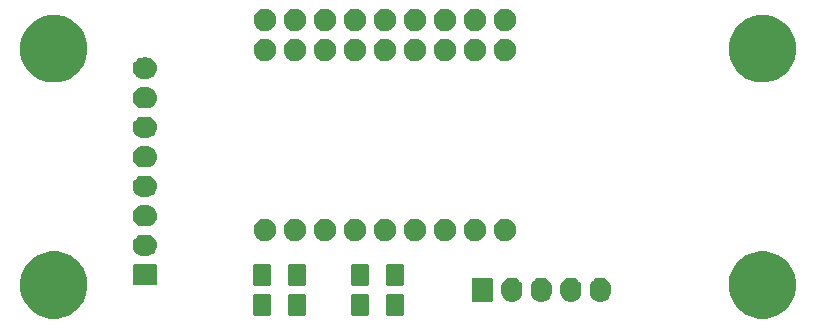
<source format=gbr>
G04 #@! TF.GenerationSoftware,KiCad,Pcbnew,5.1.5-52549c5~84~ubuntu18.04.1*
G04 #@! TF.CreationDate,2020-03-18T13:49:36+01:00*
G04 #@! TF.ProjectId,programmer,70726f67-7261-46d6-9d65-722e6b696361,rev?*
G04 #@! TF.SameCoordinates,Original*
G04 #@! TF.FileFunction,Soldermask,Top*
G04 #@! TF.FilePolarity,Negative*
%FSLAX46Y46*%
G04 Gerber Fmt 4.6, Leading zero omitted, Abs format (unit mm)*
G04 Created by KiCad (PCBNEW 5.1.5-52549c5~84~ubuntu18.04.1) date 2020-03-18 13:49:36*
%MOMM*%
%LPD*%
G04 APERTURE LIST*
%ADD10C,0.100000*%
G04 APERTURE END LIST*
D10*
G36*
X145831606Y-102258562D02*
G01*
X146350455Y-102473476D01*
X146724524Y-102723421D01*
X146817406Y-102785483D01*
X147214517Y-103182594D01*
X147256867Y-103245976D01*
X147526524Y-103649545D01*
X147741438Y-104168394D01*
X147784325Y-104384000D01*
X147813808Y-104532221D01*
X147851000Y-104719201D01*
X147851000Y-105280799D01*
X147741438Y-105831606D01*
X147526524Y-106350455D01*
X147214516Y-106817407D01*
X146817407Y-107214516D01*
X146350455Y-107526524D01*
X145831606Y-107741438D01*
X145280800Y-107851000D01*
X144719200Y-107851000D01*
X144168394Y-107741438D01*
X143649545Y-107526524D01*
X143182593Y-107214516D01*
X142785484Y-106817407D01*
X142473476Y-106350455D01*
X142258562Y-105831606D01*
X142149000Y-105280799D01*
X142149000Y-104719201D01*
X142186193Y-104532221D01*
X142215675Y-104384000D01*
X142258562Y-104168394D01*
X142473476Y-103649545D01*
X142743133Y-103245976D01*
X142785483Y-103182594D01*
X143182594Y-102785483D01*
X143275476Y-102723421D01*
X143649545Y-102473476D01*
X144168394Y-102258562D01*
X144719200Y-102149000D01*
X145280800Y-102149000D01*
X145831606Y-102258562D01*
G37*
G36*
X85831606Y-102258562D02*
G01*
X86350455Y-102473476D01*
X86724524Y-102723421D01*
X86817406Y-102785483D01*
X87214517Y-103182594D01*
X87256867Y-103245976D01*
X87526524Y-103649545D01*
X87741438Y-104168394D01*
X87784325Y-104384000D01*
X87813808Y-104532221D01*
X87851000Y-104719201D01*
X87851000Y-105280799D01*
X87741438Y-105831606D01*
X87526524Y-106350455D01*
X87214516Y-106817407D01*
X86817407Y-107214516D01*
X86350455Y-107526524D01*
X85831606Y-107741438D01*
X85280800Y-107851000D01*
X84719200Y-107851000D01*
X84168394Y-107741438D01*
X83649545Y-107526524D01*
X83182593Y-107214516D01*
X82785484Y-106817407D01*
X82473476Y-106350455D01*
X82258562Y-105831606D01*
X82149000Y-105280799D01*
X82149000Y-104719201D01*
X82186193Y-104532221D01*
X82215675Y-104384000D01*
X82258562Y-104168394D01*
X82473476Y-103649545D01*
X82743133Y-103245976D01*
X82785483Y-103182594D01*
X83182594Y-102785483D01*
X83275476Y-102723421D01*
X83649545Y-102473476D01*
X84168394Y-102258562D01*
X84719200Y-102149000D01*
X85280800Y-102149000D01*
X85831606Y-102258562D01*
G37*
G36*
X114495562Y-105758181D02*
G01*
X114530481Y-105768774D01*
X114562663Y-105785976D01*
X114590873Y-105809127D01*
X114614024Y-105837337D01*
X114631226Y-105869519D01*
X114641819Y-105904438D01*
X114646000Y-105946895D01*
X114646000Y-107413105D01*
X114641819Y-107455562D01*
X114631226Y-107490481D01*
X114614024Y-107522663D01*
X114590873Y-107550873D01*
X114562663Y-107574024D01*
X114530481Y-107591226D01*
X114495562Y-107601819D01*
X114453105Y-107606000D01*
X113311895Y-107606000D01*
X113269438Y-107601819D01*
X113234519Y-107591226D01*
X113202337Y-107574024D01*
X113174127Y-107550873D01*
X113150976Y-107522663D01*
X113133774Y-107490481D01*
X113123181Y-107455562D01*
X113119000Y-107413105D01*
X113119000Y-105946895D01*
X113123181Y-105904438D01*
X113133774Y-105869519D01*
X113150976Y-105837337D01*
X113174127Y-105809127D01*
X113202337Y-105785976D01*
X113234519Y-105768774D01*
X113269438Y-105758181D01*
X113311895Y-105754000D01*
X114453105Y-105754000D01*
X114495562Y-105758181D01*
G37*
G36*
X106240562Y-105758181D02*
G01*
X106275481Y-105768774D01*
X106307663Y-105785976D01*
X106335873Y-105809127D01*
X106359024Y-105837337D01*
X106376226Y-105869519D01*
X106386819Y-105904438D01*
X106391000Y-105946895D01*
X106391000Y-107413105D01*
X106386819Y-107455562D01*
X106376226Y-107490481D01*
X106359024Y-107522663D01*
X106335873Y-107550873D01*
X106307663Y-107574024D01*
X106275481Y-107591226D01*
X106240562Y-107601819D01*
X106198105Y-107606000D01*
X105056895Y-107606000D01*
X105014438Y-107601819D01*
X104979519Y-107591226D01*
X104947337Y-107574024D01*
X104919127Y-107550873D01*
X104895976Y-107522663D01*
X104878774Y-107490481D01*
X104868181Y-107455562D01*
X104864000Y-107413105D01*
X104864000Y-105946895D01*
X104868181Y-105904438D01*
X104878774Y-105869519D01*
X104895976Y-105837337D01*
X104919127Y-105809127D01*
X104947337Y-105785976D01*
X104979519Y-105768774D01*
X105014438Y-105758181D01*
X105056895Y-105754000D01*
X106198105Y-105754000D01*
X106240562Y-105758181D01*
G37*
G36*
X111520562Y-105758181D02*
G01*
X111555481Y-105768774D01*
X111587663Y-105785976D01*
X111615873Y-105809127D01*
X111639024Y-105837337D01*
X111656226Y-105869519D01*
X111666819Y-105904438D01*
X111671000Y-105946895D01*
X111671000Y-107413105D01*
X111666819Y-107455562D01*
X111656226Y-107490481D01*
X111639024Y-107522663D01*
X111615873Y-107550873D01*
X111587663Y-107574024D01*
X111555481Y-107591226D01*
X111520562Y-107601819D01*
X111478105Y-107606000D01*
X110336895Y-107606000D01*
X110294438Y-107601819D01*
X110259519Y-107591226D01*
X110227337Y-107574024D01*
X110199127Y-107550873D01*
X110175976Y-107522663D01*
X110158774Y-107490481D01*
X110148181Y-107455562D01*
X110144000Y-107413105D01*
X110144000Y-105946895D01*
X110148181Y-105904438D01*
X110158774Y-105869519D01*
X110175976Y-105837337D01*
X110199127Y-105809127D01*
X110227337Y-105785976D01*
X110259519Y-105768774D01*
X110294438Y-105758181D01*
X110336895Y-105754000D01*
X111478105Y-105754000D01*
X111520562Y-105758181D01*
G37*
G36*
X103265562Y-105758181D02*
G01*
X103300481Y-105768774D01*
X103332663Y-105785976D01*
X103360873Y-105809127D01*
X103384024Y-105837337D01*
X103401226Y-105869519D01*
X103411819Y-105904438D01*
X103416000Y-105946895D01*
X103416000Y-107413105D01*
X103411819Y-107455562D01*
X103401226Y-107490481D01*
X103384024Y-107522663D01*
X103360873Y-107550873D01*
X103332663Y-107574024D01*
X103300481Y-107591226D01*
X103265562Y-107601819D01*
X103223105Y-107606000D01*
X102081895Y-107606000D01*
X102039438Y-107601819D01*
X102004519Y-107591226D01*
X101972337Y-107574024D01*
X101944127Y-107550873D01*
X101920976Y-107522663D01*
X101903774Y-107490481D01*
X101893181Y-107455562D01*
X101889000Y-107413105D01*
X101889000Y-105946895D01*
X101893181Y-105904438D01*
X101903774Y-105869519D01*
X101920976Y-105837337D01*
X101944127Y-105809127D01*
X101972337Y-105785976D01*
X102004519Y-105768774D01*
X102039438Y-105758181D01*
X102081895Y-105754000D01*
X103223105Y-105754000D01*
X103265562Y-105758181D01*
G37*
G36*
X131461626Y-104397037D02*
G01*
X131631465Y-104448557D01*
X131631467Y-104448558D01*
X131787989Y-104532221D01*
X131925186Y-104644814D01*
X132008448Y-104746271D01*
X132037778Y-104782009D01*
X132037779Y-104782011D01*
X132117765Y-104931652D01*
X132121443Y-104938534D01*
X132172963Y-105108373D01*
X132186000Y-105240742D01*
X132186000Y-105579257D01*
X132172963Y-105711626D01*
X132121443Y-105881466D01*
X132037778Y-106037991D01*
X132008448Y-106073729D01*
X131925186Y-106175186D01*
X131830250Y-106253097D01*
X131787991Y-106287778D01*
X131787989Y-106287779D01*
X131670732Y-106350455D01*
X131631466Y-106371443D01*
X131461627Y-106422963D01*
X131285000Y-106440359D01*
X131108374Y-106422963D01*
X130938535Y-106371443D01*
X130899270Y-106350455D01*
X130782012Y-106287779D01*
X130782010Y-106287778D01*
X130644815Y-106175185D01*
X130532222Y-106037991D01*
X130448557Y-105881466D01*
X130397037Y-105711627D01*
X130384000Y-105579258D01*
X130384000Y-105240743D01*
X130397037Y-105108374D01*
X130448557Y-104938535D01*
X130469903Y-104898600D01*
X130532221Y-104782011D01*
X130644814Y-104644814D01*
X130746271Y-104561552D01*
X130782009Y-104532222D01*
X130938534Y-104448557D01*
X131108373Y-104397037D01*
X131285000Y-104379641D01*
X131461626Y-104397037D01*
G37*
G36*
X128961626Y-104397037D02*
G01*
X129131465Y-104448557D01*
X129131467Y-104448558D01*
X129287989Y-104532221D01*
X129425186Y-104644814D01*
X129508448Y-104746271D01*
X129537778Y-104782009D01*
X129537779Y-104782011D01*
X129617765Y-104931652D01*
X129621443Y-104938534D01*
X129672963Y-105108373D01*
X129686000Y-105240742D01*
X129686000Y-105579257D01*
X129672963Y-105711626D01*
X129621443Y-105881466D01*
X129537778Y-106037991D01*
X129508448Y-106073729D01*
X129425186Y-106175186D01*
X129330250Y-106253097D01*
X129287991Y-106287778D01*
X129287989Y-106287779D01*
X129170732Y-106350455D01*
X129131466Y-106371443D01*
X128961627Y-106422963D01*
X128785000Y-106440359D01*
X128608374Y-106422963D01*
X128438535Y-106371443D01*
X128399270Y-106350455D01*
X128282012Y-106287779D01*
X128282010Y-106287778D01*
X128144815Y-106175185D01*
X128032222Y-106037991D01*
X127948557Y-105881466D01*
X127897037Y-105711627D01*
X127884000Y-105579258D01*
X127884000Y-105240743D01*
X127897037Y-105108374D01*
X127948557Y-104938535D01*
X127969903Y-104898600D01*
X128032221Y-104782011D01*
X128144814Y-104644814D01*
X128246271Y-104561552D01*
X128282009Y-104532222D01*
X128438534Y-104448557D01*
X128608373Y-104397037D01*
X128785000Y-104379641D01*
X128961626Y-104397037D01*
G37*
G36*
X126461626Y-104397037D02*
G01*
X126631465Y-104448557D01*
X126631467Y-104448558D01*
X126787989Y-104532221D01*
X126925186Y-104644814D01*
X127008448Y-104746271D01*
X127037778Y-104782009D01*
X127037779Y-104782011D01*
X127117765Y-104931652D01*
X127121443Y-104938534D01*
X127172963Y-105108373D01*
X127186000Y-105240742D01*
X127186000Y-105579257D01*
X127172963Y-105711626D01*
X127121443Y-105881466D01*
X127037778Y-106037991D01*
X127008448Y-106073729D01*
X126925186Y-106175186D01*
X126830250Y-106253097D01*
X126787991Y-106287778D01*
X126787989Y-106287779D01*
X126670732Y-106350455D01*
X126631466Y-106371443D01*
X126461627Y-106422963D01*
X126285000Y-106440359D01*
X126108374Y-106422963D01*
X125938535Y-106371443D01*
X125899270Y-106350455D01*
X125782012Y-106287779D01*
X125782010Y-106287778D01*
X125644815Y-106175185D01*
X125532222Y-106037991D01*
X125448557Y-105881466D01*
X125397037Y-105711627D01*
X125384000Y-105579258D01*
X125384000Y-105240743D01*
X125397037Y-105108374D01*
X125448557Y-104938535D01*
X125469903Y-104898600D01*
X125532221Y-104782011D01*
X125644814Y-104644814D01*
X125746271Y-104561552D01*
X125782009Y-104532222D01*
X125938534Y-104448557D01*
X126108373Y-104397037D01*
X126285000Y-104379641D01*
X126461626Y-104397037D01*
G37*
G36*
X123961626Y-104397037D02*
G01*
X124131465Y-104448557D01*
X124131467Y-104448558D01*
X124287989Y-104532221D01*
X124425186Y-104644814D01*
X124508448Y-104746271D01*
X124537778Y-104782009D01*
X124537779Y-104782011D01*
X124617765Y-104931652D01*
X124621443Y-104938534D01*
X124672963Y-105108373D01*
X124686000Y-105240742D01*
X124686000Y-105579257D01*
X124672963Y-105711626D01*
X124621443Y-105881466D01*
X124537778Y-106037991D01*
X124508448Y-106073729D01*
X124425186Y-106175186D01*
X124330250Y-106253097D01*
X124287991Y-106287778D01*
X124287989Y-106287779D01*
X124170732Y-106350455D01*
X124131466Y-106371443D01*
X123961627Y-106422963D01*
X123785000Y-106440359D01*
X123608374Y-106422963D01*
X123438535Y-106371443D01*
X123399270Y-106350455D01*
X123282012Y-106287779D01*
X123282010Y-106287778D01*
X123144815Y-106175185D01*
X123032222Y-106037991D01*
X122948557Y-105881466D01*
X122897037Y-105711627D01*
X122884000Y-105579258D01*
X122884000Y-105240743D01*
X122897037Y-105108374D01*
X122948557Y-104938535D01*
X122969903Y-104898600D01*
X123032221Y-104782011D01*
X123144814Y-104644814D01*
X123246271Y-104561552D01*
X123282009Y-104532222D01*
X123438534Y-104448557D01*
X123608373Y-104397037D01*
X123785000Y-104379641D01*
X123961626Y-104397037D01*
G37*
G36*
X122043600Y-104387989D02*
G01*
X122076652Y-104398015D01*
X122107103Y-104414292D01*
X122133799Y-104436201D01*
X122155708Y-104462897D01*
X122171985Y-104493348D01*
X122182011Y-104526400D01*
X122186000Y-104566903D01*
X122186000Y-106253097D01*
X122182011Y-106293600D01*
X122171985Y-106326652D01*
X122155708Y-106357103D01*
X122133799Y-106383799D01*
X122107103Y-106405708D01*
X122076652Y-106421985D01*
X122043600Y-106432011D01*
X122003097Y-106436000D01*
X120566903Y-106436000D01*
X120526400Y-106432011D01*
X120493348Y-106421985D01*
X120462897Y-106405708D01*
X120436201Y-106383799D01*
X120414292Y-106357103D01*
X120398015Y-106326652D01*
X120387989Y-106293600D01*
X120384000Y-106253097D01*
X120384000Y-104566903D01*
X120387989Y-104526400D01*
X120398015Y-104493348D01*
X120414292Y-104462897D01*
X120436201Y-104436201D01*
X120462897Y-104414292D01*
X120493348Y-104398015D01*
X120526400Y-104387989D01*
X120566903Y-104384000D01*
X122003097Y-104384000D01*
X122043600Y-104387989D01*
G37*
G36*
X114495562Y-103218181D02*
G01*
X114530481Y-103228774D01*
X114562663Y-103245976D01*
X114590873Y-103269127D01*
X114614024Y-103297337D01*
X114631226Y-103329519D01*
X114641819Y-103364438D01*
X114646000Y-103406895D01*
X114646000Y-104873105D01*
X114641819Y-104915562D01*
X114631226Y-104950481D01*
X114614024Y-104982663D01*
X114590873Y-105010873D01*
X114562663Y-105034024D01*
X114530481Y-105051226D01*
X114495562Y-105061819D01*
X114453105Y-105066000D01*
X113311895Y-105066000D01*
X113269438Y-105061819D01*
X113234519Y-105051226D01*
X113202337Y-105034024D01*
X113174127Y-105010873D01*
X113150976Y-104982663D01*
X113133774Y-104950481D01*
X113123181Y-104915562D01*
X113119000Y-104873105D01*
X113119000Y-103406895D01*
X113123181Y-103364438D01*
X113133774Y-103329519D01*
X113150976Y-103297337D01*
X113174127Y-103269127D01*
X113202337Y-103245976D01*
X113234519Y-103228774D01*
X113269438Y-103218181D01*
X113311895Y-103214000D01*
X114453105Y-103214000D01*
X114495562Y-103218181D01*
G37*
G36*
X106240562Y-103218181D02*
G01*
X106275481Y-103228774D01*
X106307663Y-103245976D01*
X106335873Y-103269127D01*
X106359024Y-103297337D01*
X106376226Y-103329519D01*
X106386819Y-103364438D01*
X106391000Y-103406895D01*
X106391000Y-104873105D01*
X106386819Y-104915562D01*
X106376226Y-104950481D01*
X106359024Y-104982663D01*
X106335873Y-105010873D01*
X106307663Y-105034024D01*
X106275481Y-105051226D01*
X106240562Y-105061819D01*
X106198105Y-105066000D01*
X105056895Y-105066000D01*
X105014438Y-105061819D01*
X104979519Y-105051226D01*
X104947337Y-105034024D01*
X104919127Y-105010873D01*
X104895976Y-104982663D01*
X104878774Y-104950481D01*
X104868181Y-104915562D01*
X104864000Y-104873105D01*
X104864000Y-103406895D01*
X104868181Y-103364438D01*
X104878774Y-103329519D01*
X104895976Y-103297337D01*
X104919127Y-103269127D01*
X104947337Y-103245976D01*
X104979519Y-103228774D01*
X105014438Y-103218181D01*
X105056895Y-103214000D01*
X106198105Y-103214000D01*
X106240562Y-103218181D01*
G37*
G36*
X103265562Y-103218181D02*
G01*
X103300481Y-103228774D01*
X103332663Y-103245976D01*
X103360873Y-103269127D01*
X103384024Y-103297337D01*
X103401226Y-103329519D01*
X103411819Y-103364438D01*
X103416000Y-103406895D01*
X103416000Y-104873105D01*
X103411819Y-104915562D01*
X103401226Y-104950481D01*
X103384024Y-104982663D01*
X103360873Y-105010873D01*
X103332663Y-105034024D01*
X103300481Y-105051226D01*
X103265562Y-105061819D01*
X103223105Y-105066000D01*
X102081895Y-105066000D01*
X102039438Y-105061819D01*
X102004519Y-105051226D01*
X101972337Y-105034024D01*
X101944127Y-105010873D01*
X101920976Y-104982663D01*
X101903774Y-104950481D01*
X101893181Y-104915562D01*
X101889000Y-104873105D01*
X101889000Y-103406895D01*
X101893181Y-103364438D01*
X101903774Y-103329519D01*
X101920976Y-103297337D01*
X101944127Y-103269127D01*
X101972337Y-103245976D01*
X102004519Y-103228774D01*
X102039438Y-103218181D01*
X102081895Y-103214000D01*
X103223105Y-103214000D01*
X103265562Y-103218181D01*
G37*
G36*
X111520562Y-103218181D02*
G01*
X111555481Y-103228774D01*
X111587663Y-103245976D01*
X111615873Y-103269127D01*
X111639024Y-103297337D01*
X111656226Y-103329519D01*
X111666819Y-103364438D01*
X111671000Y-103406895D01*
X111671000Y-104873105D01*
X111666819Y-104915562D01*
X111656226Y-104950481D01*
X111639024Y-104982663D01*
X111615873Y-105010873D01*
X111587663Y-105034024D01*
X111555481Y-105051226D01*
X111520562Y-105061819D01*
X111478105Y-105066000D01*
X110336895Y-105066000D01*
X110294438Y-105061819D01*
X110259519Y-105051226D01*
X110227337Y-105034024D01*
X110199127Y-105010873D01*
X110175976Y-104982663D01*
X110158774Y-104950481D01*
X110148181Y-104915562D01*
X110144000Y-104873105D01*
X110144000Y-103406895D01*
X110148181Y-103364438D01*
X110158774Y-103329519D01*
X110175976Y-103297337D01*
X110199127Y-103269127D01*
X110227337Y-103245976D01*
X110259519Y-103228774D01*
X110294438Y-103218181D01*
X110336895Y-103214000D01*
X111478105Y-103214000D01*
X111520562Y-103218181D01*
G37*
G36*
X93593600Y-103242989D02*
G01*
X93626652Y-103253015D01*
X93657103Y-103269292D01*
X93683799Y-103291201D01*
X93705708Y-103317897D01*
X93721985Y-103348348D01*
X93732011Y-103381400D01*
X93736000Y-103421903D01*
X93736000Y-104858097D01*
X93732011Y-104898600D01*
X93721985Y-104931652D01*
X93705708Y-104962103D01*
X93683799Y-104988799D01*
X93657103Y-105010708D01*
X93626652Y-105026985D01*
X93593600Y-105037011D01*
X93553097Y-105041000D01*
X91866903Y-105041000D01*
X91826400Y-105037011D01*
X91793348Y-105026985D01*
X91762897Y-105010708D01*
X91736201Y-104988799D01*
X91714292Y-104962103D01*
X91698015Y-104931652D01*
X91687989Y-104898600D01*
X91684000Y-104858097D01*
X91684000Y-103421903D01*
X91687989Y-103381400D01*
X91698015Y-103348348D01*
X91714292Y-103317897D01*
X91736201Y-103291201D01*
X91762897Y-103269292D01*
X91793348Y-103253015D01*
X91826400Y-103242989D01*
X91866903Y-103239000D01*
X93553097Y-103239000D01*
X93593600Y-103242989D01*
G37*
G36*
X92945442Y-100745518D02*
G01*
X93011627Y-100752037D01*
X93181466Y-100803557D01*
X93337991Y-100887222D01*
X93373729Y-100916552D01*
X93475186Y-100999814D01*
X93558448Y-101101271D01*
X93587778Y-101137009D01*
X93671443Y-101293534D01*
X93722963Y-101463373D01*
X93740359Y-101640000D01*
X93722963Y-101816627D01*
X93671443Y-101986466D01*
X93587778Y-102142991D01*
X93558448Y-102178729D01*
X93475186Y-102280186D01*
X93373729Y-102363448D01*
X93337991Y-102392778D01*
X93181466Y-102476443D01*
X93011627Y-102527963D01*
X92945442Y-102534482D01*
X92879260Y-102541000D01*
X92540740Y-102541000D01*
X92474558Y-102534482D01*
X92408373Y-102527963D01*
X92238534Y-102476443D01*
X92082009Y-102392778D01*
X92046271Y-102363448D01*
X91944814Y-102280186D01*
X91861552Y-102178729D01*
X91832222Y-102142991D01*
X91748557Y-101986466D01*
X91697037Y-101816627D01*
X91679641Y-101640000D01*
X91697037Y-101463373D01*
X91748557Y-101293534D01*
X91832222Y-101137009D01*
X91861552Y-101101271D01*
X91944814Y-100999814D01*
X92046271Y-100916552D01*
X92082009Y-100887222D01*
X92238534Y-100803557D01*
X92408373Y-100752037D01*
X92474558Y-100745518D01*
X92540740Y-100739000D01*
X92879260Y-100739000D01*
X92945442Y-100745518D01*
G37*
G36*
X123467395Y-99415546D02*
G01*
X123640466Y-99487234D01*
X123640467Y-99487235D01*
X123796227Y-99591310D01*
X123928690Y-99723773D01*
X123928691Y-99723775D01*
X124032766Y-99879534D01*
X124104454Y-100052605D01*
X124141000Y-100236333D01*
X124141000Y-100423667D01*
X124104454Y-100607395D01*
X124032766Y-100780466D01*
X124032765Y-100780467D01*
X123928690Y-100936227D01*
X123796227Y-101068690D01*
X123717818Y-101121081D01*
X123640466Y-101172766D01*
X123467395Y-101244454D01*
X123283667Y-101281000D01*
X123096333Y-101281000D01*
X122912605Y-101244454D01*
X122739534Y-101172766D01*
X122662182Y-101121081D01*
X122583773Y-101068690D01*
X122451310Y-100936227D01*
X122347235Y-100780467D01*
X122347234Y-100780466D01*
X122275546Y-100607395D01*
X122239000Y-100423667D01*
X122239000Y-100236333D01*
X122275546Y-100052605D01*
X122347234Y-99879534D01*
X122451309Y-99723775D01*
X122451310Y-99723773D01*
X122583773Y-99591310D01*
X122739533Y-99487235D01*
X122739534Y-99487234D01*
X122912605Y-99415546D01*
X123096333Y-99379000D01*
X123283667Y-99379000D01*
X123467395Y-99415546D01*
G37*
G36*
X103147395Y-99415546D02*
G01*
X103320466Y-99487234D01*
X103320467Y-99487235D01*
X103476227Y-99591310D01*
X103608690Y-99723773D01*
X103608691Y-99723775D01*
X103712766Y-99879534D01*
X103784454Y-100052605D01*
X103821000Y-100236333D01*
X103821000Y-100423667D01*
X103784454Y-100607395D01*
X103712766Y-100780466D01*
X103712765Y-100780467D01*
X103608690Y-100936227D01*
X103476227Y-101068690D01*
X103397818Y-101121081D01*
X103320466Y-101172766D01*
X103147395Y-101244454D01*
X102963667Y-101281000D01*
X102776333Y-101281000D01*
X102592605Y-101244454D01*
X102419534Y-101172766D01*
X102342182Y-101121081D01*
X102263773Y-101068690D01*
X102131310Y-100936227D01*
X102027235Y-100780467D01*
X102027234Y-100780466D01*
X101955546Y-100607395D01*
X101919000Y-100423667D01*
X101919000Y-100236333D01*
X101955546Y-100052605D01*
X102027234Y-99879534D01*
X102131309Y-99723775D01*
X102131310Y-99723773D01*
X102263773Y-99591310D01*
X102419533Y-99487235D01*
X102419534Y-99487234D01*
X102592605Y-99415546D01*
X102776333Y-99379000D01*
X102963667Y-99379000D01*
X103147395Y-99415546D01*
G37*
G36*
X120927395Y-99415546D02*
G01*
X121100466Y-99487234D01*
X121100467Y-99487235D01*
X121256227Y-99591310D01*
X121388690Y-99723773D01*
X121388691Y-99723775D01*
X121492766Y-99879534D01*
X121564454Y-100052605D01*
X121601000Y-100236333D01*
X121601000Y-100423667D01*
X121564454Y-100607395D01*
X121492766Y-100780466D01*
X121492765Y-100780467D01*
X121388690Y-100936227D01*
X121256227Y-101068690D01*
X121177818Y-101121081D01*
X121100466Y-101172766D01*
X120927395Y-101244454D01*
X120743667Y-101281000D01*
X120556333Y-101281000D01*
X120372605Y-101244454D01*
X120199534Y-101172766D01*
X120122182Y-101121081D01*
X120043773Y-101068690D01*
X119911310Y-100936227D01*
X119807235Y-100780467D01*
X119807234Y-100780466D01*
X119735546Y-100607395D01*
X119699000Y-100423667D01*
X119699000Y-100236333D01*
X119735546Y-100052605D01*
X119807234Y-99879534D01*
X119911309Y-99723775D01*
X119911310Y-99723773D01*
X120043773Y-99591310D01*
X120199533Y-99487235D01*
X120199534Y-99487234D01*
X120372605Y-99415546D01*
X120556333Y-99379000D01*
X120743667Y-99379000D01*
X120927395Y-99415546D01*
G37*
G36*
X118387395Y-99415546D02*
G01*
X118560466Y-99487234D01*
X118560467Y-99487235D01*
X118716227Y-99591310D01*
X118848690Y-99723773D01*
X118848691Y-99723775D01*
X118952766Y-99879534D01*
X119024454Y-100052605D01*
X119061000Y-100236333D01*
X119061000Y-100423667D01*
X119024454Y-100607395D01*
X118952766Y-100780466D01*
X118952765Y-100780467D01*
X118848690Y-100936227D01*
X118716227Y-101068690D01*
X118637818Y-101121081D01*
X118560466Y-101172766D01*
X118387395Y-101244454D01*
X118203667Y-101281000D01*
X118016333Y-101281000D01*
X117832605Y-101244454D01*
X117659534Y-101172766D01*
X117582182Y-101121081D01*
X117503773Y-101068690D01*
X117371310Y-100936227D01*
X117267235Y-100780467D01*
X117267234Y-100780466D01*
X117195546Y-100607395D01*
X117159000Y-100423667D01*
X117159000Y-100236333D01*
X117195546Y-100052605D01*
X117267234Y-99879534D01*
X117371309Y-99723775D01*
X117371310Y-99723773D01*
X117503773Y-99591310D01*
X117659533Y-99487235D01*
X117659534Y-99487234D01*
X117832605Y-99415546D01*
X118016333Y-99379000D01*
X118203667Y-99379000D01*
X118387395Y-99415546D01*
G37*
G36*
X115847395Y-99415546D02*
G01*
X116020466Y-99487234D01*
X116020467Y-99487235D01*
X116176227Y-99591310D01*
X116308690Y-99723773D01*
X116308691Y-99723775D01*
X116412766Y-99879534D01*
X116484454Y-100052605D01*
X116521000Y-100236333D01*
X116521000Y-100423667D01*
X116484454Y-100607395D01*
X116412766Y-100780466D01*
X116412765Y-100780467D01*
X116308690Y-100936227D01*
X116176227Y-101068690D01*
X116097818Y-101121081D01*
X116020466Y-101172766D01*
X115847395Y-101244454D01*
X115663667Y-101281000D01*
X115476333Y-101281000D01*
X115292605Y-101244454D01*
X115119534Y-101172766D01*
X115042182Y-101121081D01*
X114963773Y-101068690D01*
X114831310Y-100936227D01*
X114727235Y-100780467D01*
X114727234Y-100780466D01*
X114655546Y-100607395D01*
X114619000Y-100423667D01*
X114619000Y-100236333D01*
X114655546Y-100052605D01*
X114727234Y-99879534D01*
X114831309Y-99723775D01*
X114831310Y-99723773D01*
X114963773Y-99591310D01*
X115119533Y-99487235D01*
X115119534Y-99487234D01*
X115292605Y-99415546D01*
X115476333Y-99379000D01*
X115663667Y-99379000D01*
X115847395Y-99415546D01*
G37*
G36*
X110767395Y-99415546D02*
G01*
X110940466Y-99487234D01*
X110940467Y-99487235D01*
X111096227Y-99591310D01*
X111228690Y-99723773D01*
X111228691Y-99723775D01*
X111332766Y-99879534D01*
X111404454Y-100052605D01*
X111441000Y-100236333D01*
X111441000Y-100423667D01*
X111404454Y-100607395D01*
X111332766Y-100780466D01*
X111332765Y-100780467D01*
X111228690Y-100936227D01*
X111096227Y-101068690D01*
X111017818Y-101121081D01*
X110940466Y-101172766D01*
X110767395Y-101244454D01*
X110583667Y-101281000D01*
X110396333Y-101281000D01*
X110212605Y-101244454D01*
X110039534Y-101172766D01*
X109962182Y-101121081D01*
X109883773Y-101068690D01*
X109751310Y-100936227D01*
X109647235Y-100780467D01*
X109647234Y-100780466D01*
X109575546Y-100607395D01*
X109539000Y-100423667D01*
X109539000Y-100236333D01*
X109575546Y-100052605D01*
X109647234Y-99879534D01*
X109751309Y-99723775D01*
X109751310Y-99723773D01*
X109883773Y-99591310D01*
X110039533Y-99487235D01*
X110039534Y-99487234D01*
X110212605Y-99415546D01*
X110396333Y-99379000D01*
X110583667Y-99379000D01*
X110767395Y-99415546D01*
G37*
G36*
X108227395Y-99415546D02*
G01*
X108400466Y-99487234D01*
X108400467Y-99487235D01*
X108556227Y-99591310D01*
X108688690Y-99723773D01*
X108688691Y-99723775D01*
X108792766Y-99879534D01*
X108864454Y-100052605D01*
X108901000Y-100236333D01*
X108901000Y-100423667D01*
X108864454Y-100607395D01*
X108792766Y-100780466D01*
X108792765Y-100780467D01*
X108688690Y-100936227D01*
X108556227Y-101068690D01*
X108477818Y-101121081D01*
X108400466Y-101172766D01*
X108227395Y-101244454D01*
X108043667Y-101281000D01*
X107856333Y-101281000D01*
X107672605Y-101244454D01*
X107499534Y-101172766D01*
X107422182Y-101121081D01*
X107343773Y-101068690D01*
X107211310Y-100936227D01*
X107107235Y-100780467D01*
X107107234Y-100780466D01*
X107035546Y-100607395D01*
X106999000Y-100423667D01*
X106999000Y-100236333D01*
X107035546Y-100052605D01*
X107107234Y-99879534D01*
X107211309Y-99723775D01*
X107211310Y-99723773D01*
X107343773Y-99591310D01*
X107499533Y-99487235D01*
X107499534Y-99487234D01*
X107672605Y-99415546D01*
X107856333Y-99379000D01*
X108043667Y-99379000D01*
X108227395Y-99415546D01*
G37*
G36*
X105687395Y-99415546D02*
G01*
X105860466Y-99487234D01*
X105860467Y-99487235D01*
X106016227Y-99591310D01*
X106148690Y-99723773D01*
X106148691Y-99723775D01*
X106252766Y-99879534D01*
X106324454Y-100052605D01*
X106361000Y-100236333D01*
X106361000Y-100423667D01*
X106324454Y-100607395D01*
X106252766Y-100780466D01*
X106252765Y-100780467D01*
X106148690Y-100936227D01*
X106016227Y-101068690D01*
X105937818Y-101121081D01*
X105860466Y-101172766D01*
X105687395Y-101244454D01*
X105503667Y-101281000D01*
X105316333Y-101281000D01*
X105132605Y-101244454D01*
X104959534Y-101172766D01*
X104882182Y-101121081D01*
X104803773Y-101068690D01*
X104671310Y-100936227D01*
X104567235Y-100780467D01*
X104567234Y-100780466D01*
X104495546Y-100607395D01*
X104459000Y-100423667D01*
X104459000Y-100236333D01*
X104495546Y-100052605D01*
X104567234Y-99879534D01*
X104671309Y-99723775D01*
X104671310Y-99723773D01*
X104803773Y-99591310D01*
X104959533Y-99487235D01*
X104959534Y-99487234D01*
X105132605Y-99415546D01*
X105316333Y-99379000D01*
X105503667Y-99379000D01*
X105687395Y-99415546D01*
G37*
G36*
X113307395Y-99415546D02*
G01*
X113480466Y-99487234D01*
X113480467Y-99487235D01*
X113636227Y-99591310D01*
X113768690Y-99723773D01*
X113768691Y-99723775D01*
X113872766Y-99879534D01*
X113944454Y-100052605D01*
X113981000Y-100236333D01*
X113981000Y-100423667D01*
X113944454Y-100607395D01*
X113872766Y-100780466D01*
X113872765Y-100780467D01*
X113768690Y-100936227D01*
X113636227Y-101068690D01*
X113557818Y-101121081D01*
X113480466Y-101172766D01*
X113307395Y-101244454D01*
X113123667Y-101281000D01*
X112936333Y-101281000D01*
X112752605Y-101244454D01*
X112579534Y-101172766D01*
X112502182Y-101121081D01*
X112423773Y-101068690D01*
X112291310Y-100936227D01*
X112187235Y-100780467D01*
X112187234Y-100780466D01*
X112115546Y-100607395D01*
X112079000Y-100423667D01*
X112079000Y-100236333D01*
X112115546Y-100052605D01*
X112187234Y-99879534D01*
X112291309Y-99723775D01*
X112291310Y-99723773D01*
X112423773Y-99591310D01*
X112579533Y-99487235D01*
X112579534Y-99487234D01*
X112752605Y-99415546D01*
X112936333Y-99379000D01*
X113123667Y-99379000D01*
X113307395Y-99415546D01*
G37*
G36*
X92945443Y-98245519D02*
G01*
X93011627Y-98252037D01*
X93181466Y-98303557D01*
X93337991Y-98387222D01*
X93373729Y-98416552D01*
X93475186Y-98499814D01*
X93558448Y-98601271D01*
X93587778Y-98637009D01*
X93671443Y-98793534D01*
X93722963Y-98963373D01*
X93740359Y-99140000D01*
X93722963Y-99316627D01*
X93704042Y-99379000D01*
X93671442Y-99486468D01*
X93671032Y-99487235D01*
X93587778Y-99642991D01*
X93558448Y-99678729D01*
X93475186Y-99780186D01*
X93373729Y-99863448D01*
X93337991Y-99892778D01*
X93181466Y-99976443D01*
X93011627Y-100027963D01*
X92945443Y-100034481D01*
X92879260Y-100041000D01*
X92540740Y-100041000D01*
X92474557Y-100034481D01*
X92408373Y-100027963D01*
X92238534Y-99976443D01*
X92082009Y-99892778D01*
X92046271Y-99863448D01*
X91944814Y-99780186D01*
X91861552Y-99678729D01*
X91832222Y-99642991D01*
X91748968Y-99487235D01*
X91748558Y-99486468D01*
X91715958Y-99379000D01*
X91697037Y-99316627D01*
X91679641Y-99140000D01*
X91697037Y-98963373D01*
X91748557Y-98793534D01*
X91832222Y-98637009D01*
X91861552Y-98601271D01*
X91944814Y-98499814D01*
X92046271Y-98416552D01*
X92082009Y-98387222D01*
X92238534Y-98303557D01*
X92408373Y-98252037D01*
X92474558Y-98245518D01*
X92540740Y-98239000D01*
X92879260Y-98239000D01*
X92945443Y-98245519D01*
G37*
G36*
X92945442Y-95745518D02*
G01*
X93011627Y-95752037D01*
X93181466Y-95803557D01*
X93337991Y-95887222D01*
X93373729Y-95916552D01*
X93475186Y-95999814D01*
X93558448Y-96101271D01*
X93587778Y-96137009D01*
X93671443Y-96293534D01*
X93722963Y-96463373D01*
X93740359Y-96640000D01*
X93722963Y-96816627D01*
X93671443Y-96986466D01*
X93587778Y-97142991D01*
X93558448Y-97178729D01*
X93475186Y-97280186D01*
X93373729Y-97363448D01*
X93337991Y-97392778D01*
X93181466Y-97476443D01*
X93011627Y-97527963D01*
X92945443Y-97534481D01*
X92879260Y-97541000D01*
X92540740Y-97541000D01*
X92474558Y-97534482D01*
X92408373Y-97527963D01*
X92238534Y-97476443D01*
X92082009Y-97392778D01*
X92046271Y-97363448D01*
X91944814Y-97280186D01*
X91861552Y-97178729D01*
X91832222Y-97142991D01*
X91748557Y-96986466D01*
X91697037Y-96816627D01*
X91679641Y-96640000D01*
X91697037Y-96463373D01*
X91748557Y-96293534D01*
X91832222Y-96137009D01*
X91861552Y-96101271D01*
X91944814Y-95999814D01*
X92046271Y-95916552D01*
X92082009Y-95887222D01*
X92238534Y-95803557D01*
X92408373Y-95752037D01*
X92474558Y-95745518D01*
X92540740Y-95739000D01*
X92879260Y-95739000D01*
X92945442Y-95745518D01*
G37*
G36*
X92945443Y-93245519D02*
G01*
X93011627Y-93252037D01*
X93181466Y-93303557D01*
X93337991Y-93387222D01*
X93373729Y-93416552D01*
X93475186Y-93499814D01*
X93558448Y-93601271D01*
X93587778Y-93637009D01*
X93671443Y-93793534D01*
X93722963Y-93963373D01*
X93740359Y-94140000D01*
X93722963Y-94316627D01*
X93671443Y-94486466D01*
X93587778Y-94642991D01*
X93558448Y-94678729D01*
X93475186Y-94780186D01*
X93373729Y-94863448D01*
X93337991Y-94892778D01*
X93181466Y-94976443D01*
X93011627Y-95027963D01*
X92945443Y-95034481D01*
X92879260Y-95041000D01*
X92540740Y-95041000D01*
X92474557Y-95034481D01*
X92408373Y-95027963D01*
X92238534Y-94976443D01*
X92082009Y-94892778D01*
X92046271Y-94863448D01*
X91944814Y-94780186D01*
X91861552Y-94678729D01*
X91832222Y-94642991D01*
X91748557Y-94486466D01*
X91697037Y-94316627D01*
X91679641Y-94140000D01*
X91697037Y-93963373D01*
X91748557Y-93793534D01*
X91832222Y-93637009D01*
X91861552Y-93601271D01*
X91944814Y-93499814D01*
X92046271Y-93416552D01*
X92082009Y-93387222D01*
X92238534Y-93303557D01*
X92408373Y-93252037D01*
X92474557Y-93245519D01*
X92540740Y-93239000D01*
X92879260Y-93239000D01*
X92945443Y-93245519D01*
G37*
G36*
X92945442Y-90745518D02*
G01*
X93011627Y-90752037D01*
X93181466Y-90803557D01*
X93337991Y-90887222D01*
X93373729Y-90916552D01*
X93475186Y-90999814D01*
X93558448Y-91101271D01*
X93587778Y-91137009D01*
X93671443Y-91293534D01*
X93722963Y-91463373D01*
X93740359Y-91640000D01*
X93722963Y-91816627D01*
X93671443Y-91986466D01*
X93587778Y-92142991D01*
X93558448Y-92178729D01*
X93475186Y-92280186D01*
X93373729Y-92363448D01*
X93337991Y-92392778D01*
X93181466Y-92476443D01*
X93011627Y-92527963D01*
X92945443Y-92534481D01*
X92879260Y-92541000D01*
X92540740Y-92541000D01*
X92474557Y-92534481D01*
X92408373Y-92527963D01*
X92238534Y-92476443D01*
X92082009Y-92392778D01*
X92046271Y-92363448D01*
X91944814Y-92280186D01*
X91861552Y-92178729D01*
X91832222Y-92142991D01*
X91748557Y-91986466D01*
X91697037Y-91816627D01*
X91679641Y-91640000D01*
X91697037Y-91463373D01*
X91748557Y-91293534D01*
X91832222Y-91137009D01*
X91861552Y-91101271D01*
X91944814Y-90999814D01*
X92046271Y-90916552D01*
X92082009Y-90887222D01*
X92238534Y-90803557D01*
X92408373Y-90752037D01*
X92474558Y-90745518D01*
X92540740Y-90739000D01*
X92879260Y-90739000D01*
X92945442Y-90745518D01*
G37*
G36*
X92945442Y-88245518D02*
G01*
X93011627Y-88252037D01*
X93181466Y-88303557D01*
X93337991Y-88387222D01*
X93373729Y-88416552D01*
X93475186Y-88499814D01*
X93558448Y-88601271D01*
X93587778Y-88637009D01*
X93671443Y-88793534D01*
X93722963Y-88963373D01*
X93740359Y-89140000D01*
X93722963Y-89316627D01*
X93671443Y-89486466D01*
X93587778Y-89642991D01*
X93558448Y-89678729D01*
X93475186Y-89780186D01*
X93373729Y-89863448D01*
X93337991Y-89892778D01*
X93181466Y-89976443D01*
X93011627Y-90027963D01*
X92945442Y-90034482D01*
X92879260Y-90041000D01*
X92540740Y-90041000D01*
X92474558Y-90034482D01*
X92408373Y-90027963D01*
X92238534Y-89976443D01*
X92082009Y-89892778D01*
X92046271Y-89863448D01*
X91944814Y-89780186D01*
X91861552Y-89678729D01*
X91832222Y-89642991D01*
X91748557Y-89486466D01*
X91697037Y-89316627D01*
X91679641Y-89140000D01*
X91697037Y-88963373D01*
X91748557Y-88793534D01*
X91832222Y-88637009D01*
X91861552Y-88601271D01*
X91944814Y-88499814D01*
X92046271Y-88416552D01*
X92082009Y-88387222D01*
X92238534Y-88303557D01*
X92408373Y-88252037D01*
X92474558Y-88245518D01*
X92540740Y-88239000D01*
X92879260Y-88239000D01*
X92945442Y-88245518D01*
G37*
G36*
X145831606Y-82258562D02*
G01*
X146350455Y-82473476D01*
X146817407Y-82785484D01*
X147214516Y-83182593D01*
X147526524Y-83649545D01*
X147741438Y-84168394D01*
X147851000Y-84719201D01*
X147851000Y-85280799D01*
X147741438Y-85831606D01*
X147526524Y-86350455D01*
X147333056Y-86640000D01*
X147215038Y-86816627D01*
X147214516Y-86817407D01*
X146817407Y-87214516D01*
X146350455Y-87526524D01*
X145831606Y-87741438D01*
X145280800Y-87851000D01*
X144719200Y-87851000D01*
X144443798Y-87796219D01*
X144168394Y-87741438D01*
X143649545Y-87526524D01*
X143182593Y-87214516D01*
X142785484Y-86817407D01*
X142784963Y-86816627D01*
X142666944Y-86640000D01*
X142473476Y-86350455D01*
X142258562Y-85831606D01*
X142149000Y-85280799D01*
X142149000Y-84719201D01*
X142258562Y-84168394D01*
X142473476Y-83649545D01*
X142785484Y-83182593D01*
X143182593Y-82785484D01*
X143649545Y-82473476D01*
X144168394Y-82258562D01*
X144719200Y-82149000D01*
X145280800Y-82149000D01*
X145831606Y-82258562D01*
G37*
G36*
X85831606Y-82258562D02*
G01*
X86350455Y-82473476D01*
X86817407Y-82785484D01*
X87214516Y-83182593D01*
X87526524Y-83649545D01*
X87741438Y-84168394D01*
X87851000Y-84719201D01*
X87851000Y-85280799D01*
X87741438Y-85831606D01*
X87526524Y-86350455D01*
X87333056Y-86640000D01*
X87215038Y-86816627D01*
X87214516Y-86817407D01*
X86817407Y-87214516D01*
X86350455Y-87526524D01*
X85831606Y-87741438D01*
X85556202Y-87796219D01*
X85280800Y-87851000D01*
X84719200Y-87851000D01*
X84443798Y-87796219D01*
X84168394Y-87741438D01*
X83649545Y-87526524D01*
X83182593Y-87214516D01*
X82785484Y-86817407D01*
X82784963Y-86816627D01*
X82666944Y-86640000D01*
X82473476Y-86350455D01*
X82258562Y-85831606D01*
X82149000Y-85280799D01*
X82149000Y-84719201D01*
X82258562Y-84168394D01*
X82473476Y-83649545D01*
X82785484Y-83182593D01*
X83182593Y-82785484D01*
X83649545Y-82473476D01*
X84168394Y-82258562D01*
X84719200Y-82149000D01*
X85280800Y-82149000D01*
X85831606Y-82258562D01*
G37*
G36*
X92945442Y-85745518D02*
G01*
X93011627Y-85752037D01*
X93181466Y-85803557D01*
X93337991Y-85887222D01*
X93373729Y-85916552D01*
X93475186Y-85999814D01*
X93558448Y-86101271D01*
X93587778Y-86137009D01*
X93671443Y-86293534D01*
X93722963Y-86463373D01*
X93740359Y-86640000D01*
X93722963Y-86816627D01*
X93671443Y-86986466D01*
X93587778Y-87142991D01*
X93558448Y-87178729D01*
X93475186Y-87280186D01*
X93373729Y-87363448D01*
X93337991Y-87392778D01*
X93181466Y-87476443D01*
X93011627Y-87527963D01*
X92945443Y-87534481D01*
X92879260Y-87541000D01*
X92540740Y-87541000D01*
X92474557Y-87534481D01*
X92408373Y-87527963D01*
X92238534Y-87476443D01*
X92082009Y-87392778D01*
X92046271Y-87363448D01*
X91944814Y-87280186D01*
X91861552Y-87178729D01*
X91832222Y-87142991D01*
X91748557Y-86986466D01*
X91697037Y-86816627D01*
X91679641Y-86640000D01*
X91697037Y-86463373D01*
X91748557Y-86293534D01*
X91832222Y-86137009D01*
X91861552Y-86101271D01*
X91944814Y-85999814D01*
X92046271Y-85916552D01*
X92082009Y-85887222D01*
X92238534Y-85803557D01*
X92408373Y-85752037D01*
X92474558Y-85745518D01*
X92540740Y-85739000D01*
X92879260Y-85739000D01*
X92945442Y-85745518D01*
G37*
G36*
X110767395Y-84175546D02*
G01*
X110940466Y-84247234D01*
X110940467Y-84247235D01*
X111096227Y-84351310D01*
X111228690Y-84483773D01*
X111228691Y-84483775D01*
X111332766Y-84639534D01*
X111404454Y-84812605D01*
X111441000Y-84996333D01*
X111441000Y-85183667D01*
X111404454Y-85367395D01*
X111332766Y-85540466D01*
X111332765Y-85540467D01*
X111228690Y-85696227D01*
X111096227Y-85828690D01*
X111017818Y-85881081D01*
X110940466Y-85932766D01*
X110767395Y-86004454D01*
X110583667Y-86041000D01*
X110396333Y-86041000D01*
X110212605Y-86004454D01*
X110039534Y-85932766D01*
X109962182Y-85881081D01*
X109883773Y-85828690D01*
X109751310Y-85696227D01*
X109647235Y-85540467D01*
X109647234Y-85540466D01*
X109575546Y-85367395D01*
X109539000Y-85183667D01*
X109539000Y-84996333D01*
X109575546Y-84812605D01*
X109647234Y-84639534D01*
X109751309Y-84483775D01*
X109751310Y-84483773D01*
X109883773Y-84351310D01*
X110039533Y-84247235D01*
X110039534Y-84247234D01*
X110212605Y-84175546D01*
X110396333Y-84139000D01*
X110583667Y-84139000D01*
X110767395Y-84175546D01*
G37*
G36*
X103147395Y-84175546D02*
G01*
X103320466Y-84247234D01*
X103320467Y-84247235D01*
X103476227Y-84351310D01*
X103608690Y-84483773D01*
X103608691Y-84483775D01*
X103712766Y-84639534D01*
X103784454Y-84812605D01*
X103821000Y-84996333D01*
X103821000Y-85183667D01*
X103784454Y-85367395D01*
X103712766Y-85540466D01*
X103712765Y-85540467D01*
X103608690Y-85696227D01*
X103476227Y-85828690D01*
X103397818Y-85881081D01*
X103320466Y-85932766D01*
X103147395Y-86004454D01*
X102963667Y-86041000D01*
X102776333Y-86041000D01*
X102592605Y-86004454D01*
X102419534Y-85932766D01*
X102342182Y-85881081D01*
X102263773Y-85828690D01*
X102131310Y-85696227D01*
X102027235Y-85540467D01*
X102027234Y-85540466D01*
X101955546Y-85367395D01*
X101919000Y-85183667D01*
X101919000Y-84996333D01*
X101955546Y-84812605D01*
X102027234Y-84639534D01*
X102131309Y-84483775D01*
X102131310Y-84483773D01*
X102263773Y-84351310D01*
X102419533Y-84247235D01*
X102419534Y-84247234D01*
X102592605Y-84175546D01*
X102776333Y-84139000D01*
X102963667Y-84139000D01*
X103147395Y-84175546D01*
G37*
G36*
X105687395Y-84175546D02*
G01*
X105860466Y-84247234D01*
X105860467Y-84247235D01*
X106016227Y-84351310D01*
X106148690Y-84483773D01*
X106148691Y-84483775D01*
X106252766Y-84639534D01*
X106324454Y-84812605D01*
X106361000Y-84996333D01*
X106361000Y-85183667D01*
X106324454Y-85367395D01*
X106252766Y-85540466D01*
X106252765Y-85540467D01*
X106148690Y-85696227D01*
X106016227Y-85828690D01*
X105937818Y-85881081D01*
X105860466Y-85932766D01*
X105687395Y-86004454D01*
X105503667Y-86041000D01*
X105316333Y-86041000D01*
X105132605Y-86004454D01*
X104959534Y-85932766D01*
X104882182Y-85881081D01*
X104803773Y-85828690D01*
X104671310Y-85696227D01*
X104567235Y-85540467D01*
X104567234Y-85540466D01*
X104495546Y-85367395D01*
X104459000Y-85183667D01*
X104459000Y-84996333D01*
X104495546Y-84812605D01*
X104567234Y-84639534D01*
X104671309Y-84483775D01*
X104671310Y-84483773D01*
X104803773Y-84351310D01*
X104959533Y-84247235D01*
X104959534Y-84247234D01*
X105132605Y-84175546D01*
X105316333Y-84139000D01*
X105503667Y-84139000D01*
X105687395Y-84175546D01*
G37*
G36*
X108227395Y-84175546D02*
G01*
X108400466Y-84247234D01*
X108400467Y-84247235D01*
X108556227Y-84351310D01*
X108688690Y-84483773D01*
X108688691Y-84483775D01*
X108792766Y-84639534D01*
X108864454Y-84812605D01*
X108901000Y-84996333D01*
X108901000Y-85183667D01*
X108864454Y-85367395D01*
X108792766Y-85540466D01*
X108792765Y-85540467D01*
X108688690Y-85696227D01*
X108556227Y-85828690D01*
X108477818Y-85881081D01*
X108400466Y-85932766D01*
X108227395Y-86004454D01*
X108043667Y-86041000D01*
X107856333Y-86041000D01*
X107672605Y-86004454D01*
X107499534Y-85932766D01*
X107422182Y-85881081D01*
X107343773Y-85828690D01*
X107211310Y-85696227D01*
X107107235Y-85540467D01*
X107107234Y-85540466D01*
X107035546Y-85367395D01*
X106999000Y-85183667D01*
X106999000Y-84996333D01*
X107035546Y-84812605D01*
X107107234Y-84639534D01*
X107211309Y-84483775D01*
X107211310Y-84483773D01*
X107343773Y-84351310D01*
X107499533Y-84247235D01*
X107499534Y-84247234D01*
X107672605Y-84175546D01*
X107856333Y-84139000D01*
X108043667Y-84139000D01*
X108227395Y-84175546D01*
G37*
G36*
X113307395Y-84175546D02*
G01*
X113480466Y-84247234D01*
X113480467Y-84247235D01*
X113636227Y-84351310D01*
X113768690Y-84483773D01*
X113768691Y-84483775D01*
X113872766Y-84639534D01*
X113944454Y-84812605D01*
X113981000Y-84996333D01*
X113981000Y-85183667D01*
X113944454Y-85367395D01*
X113872766Y-85540466D01*
X113872765Y-85540467D01*
X113768690Y-85696227D01*
X113636227Y-85828690D01*
X113557818Y-85881081D01*
X113480466Y-85932766D01*
X113307395Y-86004454D01*
X113123667Y-86041000D01*
X112936333Y-86041000D01*
X112752605Y-86004454D01*
X112579534Y-85932766D01*
X112502182Y-85881081D01*
X112423773Y-85828690D01*
X112291310Y-85696227D01*
X112187235Y-85540467D01*
X112187234Y-85540466D01*
X112115546Y-85367395D01*
X112079000Y-85183667D01*
X112079000Y-84996333D01*
X112115546Y-84812605D01*
X112187234Y-84639534D01*
X112291309Y-84483775D01*
X112291310Y-84483773D01*
X112423773Y-84351310D01*
X112579533Y-84247235D01*
X112579534Y-84247234D01*
X112752605Y-84175546D01*
X112936333Y-84139000D01*
X113123667Y-84139000D01*
X113307395Y-84175546D01*
G37*
G36*
X115847395Y-84175546D02*
G01*
X116020466Y-84247234D01*
X116020467Y-84247235D01*
X116176227Y-84351310D01*
X116308690Y-84483773D01*
X116308691Y-84483775D01*
X116412766Y-84639534D01*
X116484454Y-84812605D01*
X116521000Y-84996333D01*
X116521000Y-85183667D01*
X116484454Y-85367395D01*
X116412766Y-85540466D01*
X116412765Y-85540467D01*
X116308690Y-85696227D01*
X116176227Y-85828690D01*
X116097818Y-85881081D01*
X116020466Y-85932766D01*
X115847395Y-86004454D01*
X115663667Y-86041000D01*
X115476333Y-86041000D01*
X115292605Y-86004454D01*
X115119534Y-85932766D01*
X115042182Y-85881081D01*
X114963773Y-85828690D01*
X114831310Y-85696227D01*
X114727235Y-85540467D01*
X114727234Y-85540466D01*
X114655546Y-85367395D01*
X114619000Y-85183667D01*
X114619000Y-84996333D01*
X114655546Y-84812605D01*
X114727234Y-84639534D01*
X114831309Y-84483775D01*
X114831310Y-84483773D01*
X114963773Y-84351310D01*
X115119533Y-84247235D01*
X115119534Y-84247234D01*
X115292605Y-84175546D01*
X115476333Y-84139000D01*
X115663667Y-84139000D01*
X115847395Y-84175546D01*
G37*
G36*
X118387395Y-84175546D02*
G01*
X118560466Y-84247234D01*
X118560467Y-84247235D01*
X118716227Y-84351310D01*
X118848690Y-84483773D01*
X118848691Y-84483775D01*
X118952766Y-84639534D01*
X119024454Y-84812605D01*
X119061000Y-84996333D01*
X119061000Y-85183667D01*
X119024454Y-85367395D01*
X118952766Y-85540466D01*
X118952765Y-85540467D01*
X118848690Y-85696227D01*
X118716227Y-85828690D01*
X118637818Y-85881081D01*
X118560466Y-85932766D01*
X118387395Y-86004454D01*
X118203667Y-86041000D01*
X118016333Y-86041000D01*
X117832605Y-86004454D01*
X117659534Y-85932766D01*
X117582182Y-85881081D01*
X117503773Y-85828690D01*
X117371310Y-85696227D01*
X117267235Y-85540467D01*
X117267234Y-85540466D01*
X117195546Y-85367395D01*
X117159000Y-85183667D01*
X117159000Y-84996333D01*
X117195546Y-84812605D01*
X117267234Y-84639534D01*
X117371309Y-84483775D01*
X117371310Y-84483773D01*
X117503773Y-84351310D01*
X117659533Y-84247235D01*
X117659534Y-84247234D01*
X117832605Y-84175546D01*
X118016333Y-84139000D01*
X118203667Y-84139000D01*
X118387395Y-84175546D01*
G37*
G36*
X120927395Y-84175546D02*
G01*
X121100466Y-84247234D01*
X121100467Y-84247235D01*
X121256227Y-84351310D01*
X121388690Y-84483773D01*
X121388691Y-84483775D01*
X121492766Y-84639534D01*
X121564454Y-84812605D01*
X121601000Y-84996333D01*
X121601000Y-85183667D01*
X121564454Y-85367395D01*
X121492766Y-85540466D01*
X121492765Y-85540467D01*
X121388690Y-85696227D01*
X121256227Y-85828690D01*
X121177818Y-85881081D01*
X121100466Y-85932766D01*
X120927395Y-86004454D01*
X120743667Y-86041000D01*
X120556333Y-86041000D01*
X120372605Y-86004454D01*
X120199534Y-85932766D01*
X120122182Y-85881081D01*
X120043773Y-85828690D01*
X119911310Y-85696227D01*
X119807235Y-85540467D01*
X119807234Y-85540466D01*
X119735546Y-85367395D01*
X119699000Y-85183667D01*
X119699000Y-84996333D01*
X119735546Y-84812605D01*
X119807234Y-84639534D01*
X119911309Y-84483775D01*
X119911310Y-84483773D01*
X120043773Y-84351310D01*
X120199533Y-84247235D01*
X120199534Y-84247234D01*
X120372605Y-84175546D01*
X120556333Y-84139000D01*
X120743667Y-84139000D01*
X120927395Y-84175546D01*
G37*
G36*
X123467395Y-84175546D02*
G01*
X123640466Y-84247234D01*
X123640467Y-84247235D01*
X123796227Y-84351310D01*
X123928690Y-84483773D01*
X123928691Y-84483775D01*
X124032766Y-84639534D01*
X124104454Y-84812605D01*
X124141000Y-84996333D01*
X124141000Y-85183667D01*
X124104454Y-85367395D01*
X124032766Y-85540466D01*
X124032765Y-85540467D01*
X123928690Y-85696227D01*
X123796227Y-85828690D01*
X123717818Y-85881081D01*
X123640466Y-85932766D01*
X123467395Y-86004454D01*
X123283667Y-86041000D01*
X123096333Y-86041000D01*
X122912605Y-86004454D01*
X122739534Y-85932766D01*
X122662182Y-85881081D01*
X122583773Y-85828690D01*
X122451310Y-85696227D01*
X122347235Y-85540467D01*
X122347234Y-85540466D01*
X122275546Y-85367395D01*
X122239000Y-85183667D01*
X122239000Y-84996333D01*
X122275546Y-84812605D01*
X122347234Y-84639534D01*
X122451309Y-84483775D01*
X122451310Y-84483773D01*
X122583773Y-84351310D01*
X122739533Y-84247235D01*
X122739534Y-84247234D01*
X122912605Y-84175546D01*
X123096333Y-84139000D01*
X123283667Y-84139000D01*
X123467395Y-84175546D01*
G37*
G36*
X113307395Y-81635546D02*
G01*
X113480466Y-81707234D01*
X113480467Y-81707235D01*
X113636227Y-81811310D01*
X113768690Y-81943773D01*
X113768691Y-81943775D01*
X113872766Y-82099534D01*
X113944454Y-82272605D01*
X113981000Y-82456333D01*
X113981000Y-82643667D01*
X113944454Y-82827395D01*
X113872766Y-83000466D01*
X113872765Y-83000467D01*
X113768690Y-83156227D01*
X113636227Y-83288690D01*
X113557818Y-83341081D01*
X113480466Y-83392766D01*
X113307395Y-83464454D01*
X113123667Y-83501000D01*
X112936333Y-83501000D01*
X112752605Y-83464454D01*
X112579534Y-83392766D01*
X112502182Y-83341081D01*
X112423773Y-83288690D01*
X112291310Y-83156227D01*
X112187235Y-83000467D01*
X112187234Y-83000466D01*
X112115546Y-82827395D01*
X112079000Y-82643667D01*
X112079000Y-82456333D01*
X112115546Y-82272605D01*
X112187234Y-82099534D01*
X112291309Y-81943775D01*
X112291310Y-81943773D01*
X112423773Y-81811310D01*
X112579533Y-81707235D01*
X112579534Y-81707234D01*
X112752605Y-81635546D01*
X112936333Y-81599000D01*
X113123667Y-81599000D01*
X113307395Y-81635546D01*
G37*
G36*
X103147395Y-81635546D02*
G01*
X103320466Y-81707234D01*
X103320467Y-81707235D01*
X103476227Y-81811310D01*
X103608690Y-81943773D01*
X103608691Y-81943775D01*
X103712766Y-82099534D01*
X103784454Y-82272605D01*
X103821000Y-82456333D01*
X103821000Y-82643667D01*
X103784454Y-82827395D01*
X103712766Y-83000466D01*
X103712765Y-83000467D01*
X103608690Y-83156227D01*
X103476227Y-83288690D01*
X103397818Y-83341081D01*
X103320466Y-83392766D01*
X103147395Y-83464454D01*
X102963667Y-83501000D01*
X102776333Y-83501000D01*
X102592605Y-83464454D01*
X102419534Y-83392766D01*
X102342182Y-83341081D01*
X102263773Y-83288690D01*
X102131310Y-83156227D01*
X102027235Y-83000467D01*
X102027234Y-83000466D01*
X101955546Y-82827395D01*
X101919000Y-82643667D01*
X101919000Y-82456333D01*
X101955546Y-82272605D01*
X102027234Y-82099534D01*
X102131309Y-81943775D01*
X102131310Y-81943773D01*
X102263773Y-81811310D01*
X102419533Y-81707235D01*
X102419534Y-81707234D01*
X102592605Y-81635546D01*
X102776333Y-81599000D01*
X102963667Y-81599000D01*
X103147395Y-81635546D01*
G37*
G36*
X105687395Y-81635546D02*
G01*
X105860466Y-81707234D01*
X105860467Y-81707235D01*
X106016227Y-81811310D01*
X106148690Y-81943773D01*
X106148691Y-81943775D01*
X106252766Y-82099534D01*
X106324454Y-82272605D01*
X106361000Y-82456333D01*
X106361000Y-82643667D01*
X106324454Y-82827395D01*
X106252766Y-83000466D01*
X106252765Y-83000467D01*
X106148690Y-83156227D01*
X106016227Y-83288690D01*
X105937818Y-83341081D01*
X105860466Y-83392766D01*
X105687395Y-83464454D01*
X105503667Y-83501000D01*
X105316333Y-83501000D01*
X105132605Y-83464454D01*
X104959534Y-83392766D01*
X104882182Y-83341081D01*
X104803773Y-83288690D01*
X104671310Y-83156227D01*
X104567235Y-83000467D01*
X104567234Y-83000466D01*
X104495546Y-82827395D01*
X104459000Y-82643667D01*
X104459000Y-82456333D01*
X104495546Y-82272605D01*
X104567234Y-82099534D01*
X104671309Y-81943775D01*
X104671310Y-81943773D01*
X104803773Y-81811310D01*
X104959533Y-81707235D01*
X104959534Y-81707234D01*
X105132605Y-81635546D01*
X105316333Y-81599000D01*
X105503667Y-81599000D01*
X105687395Y-81635546D01*
G37*
G36*
X108227395Y-81635546D02*
G01*
X108400466Y-81707234D01*
X108400467Y-81707235D01*
X108556227Y-81811310D01*
X108688690Y-81943773D01*
X108688691Y-81943775D01*
X108792766Y-82099534D01*
X108864454Y-82272605D01*
X108901000Y-82456333D01*
X108901000Y-82643667D01*
X108864454Y-82827395D01*
X108792766Y-83000466D01*
X108792765Y-83000467D01*
X108688690Y-83156227D01*
X108556227Y-83288690D01*
X108477818Y-83341081D01*
X108400466Y-83392766D01*
X108227395Y-83464454D01*
X108043667Y-83501000D01*
X107856333Y-83501000D01*
X107672605Y-83464454D01*
X107499534Y-83392766D01*
X107422182Y-83341081D01*
X107343773Y-83288690D01*
X107211310Y-83156227D01*
X107107235Y-83000467D01*
X107107234Y-83000466D01*
X107035546Y-82827395D01*
X106999000Y-82643667D01*
X106999000Y-82456333D01*
X107035546Y-82272605D01*
X107107234Y-82099534D01*
X107211309Y-81943775D01*
X107211310Y-81943773D01*
X107343773Y-81811310D01*
X107499533Y-81707235D01*
X107499534Y-81707234D01*
X107672605Y-81635546D01*
X107856333Y-81599000D01*
X108043667Y-81599000D01*
X108227395Y-81635546D01*
G37*
G36*
X110767395Y-81635546D02*
G01*
X110940466Y-81707234D01*
X110940467Y-81707235D01*
X111096227Y-81811310D01*
X111228690Y-81943773D01*
X111228691Y-81943775D01*
X111332766Y-82099534D01*
X111404454Y-82272605D01*
X111441000Y-82456333D01*
X111441000Y-82643667D01*
X111404454Y-82827395D01*
X111332766Y-83000466D01*
X111332765Y-83000467D01*
X111228690Y-83156227D01*
X111096227Y-83288690D01*
X111017818Y-83341081D01*
X110940466Y-83392766D01*
X110767395Y-83464454D01*
X110583667Y-83501000D01*
X110396333Y-83501000D01*
X110212605Y-83464454D01*
X110039534Y-83392766D01*
X109962182Y-83341081D01*
X109883773Y-83288690D01*
X109751310Y-83156227D01*
X109647235Y-83000467D01*
X109647234Y-83000466D01*
X109575546Y-82827395D01*
X109539000Y-82643667D01*
X109539000Y-82456333D01*
X109575546Y-82272605D01*
X109647234Y-82099534D01*
X109751309Y-81943775D01*
X109751310Y-81943773D01*
X109883773Y-81811310D01*
X110039533Y-81707235D01*
X110039534Y-81707234D01*
X110212605Y-81635546D01*
X110396333Y-81599000D01*
X110583667Y-81599000D01*
X110767395Y-81635546D01*
G37*
G36*
X123467395Y-81635546D02*
G01*
X123640466Y-81707234D01*
X123640467Y-81707235D01*
X123796227Y-81811310D01*
X123928690Y-81943773D01*
X123928691Y-81943775D01*
X124032766Y-82099534D01*
X124104454Y-82272605D01*
X124141000Y-82456333D01*
X124141000Y-82643667D01*
X124104454Y-82827395D01*
X124032766Y-83000466D01*
X124032765Y-83000467D01*
X123928690Y-83156227D01*
X123796227Y-83288690D01*
X123717818Y-83341081D01*
X123640466Y-83392766D01*
X123467395Y-83464454D01*
X123283667Y-83501000D01*
X123096333Y-83501000D01*
X122912605Y-83464454D01*
X122739534Y-83392766D01*
X122662182Y-83341081D01*
X122583773Y-83288690D01*
X122451310Y-83156227D01*
X122347235Y-83000467D01*
X122347234Y-83000466D01*
X122275546Y-82827395D01*
X122239000Y-82643667D01*
X122239000Y-82456333D01*
X122275546Y-82272605D01*
X122347234Y-82099534D01*
X122451309Y-81943775D01*
X122451310Y-81943773D01*
X122583773Y-81811310D01*
X122739533Y-81707235D01*
X122739534Y-81707234D01*
X122912605Y-81635546D01*
X123096333Y-81599000D01*
X123283667Y-81599000D01*
X123467395Y-81635546D01*
G37*
G36*
X115847395Y-81635546D02*
G01*
X116020466Y-81707234D01*
X116020467Y-81707235D01*
X116176227Y-81811310D01*
X116308690Y-81943773D01*
X116308691Y-81943775D01*
X116412766Y-82099534D01*
X116484454Y-82272605D01*
X116521000Y-82456333D01*
X116521000Y-82643667D01*
X116484454Y-82827395D01*
X116412766Y-83000466D01*
X116412765Y-83000467D01*
X116308690Y-83156227D01*
X116176227Y-83288690D01*
X116097818Y-83341081D01*
X116020466Y-83392766D01*
X115847395Y-83464454D01*
X115663667Y-83501000D01*
X115476333Y-83501000D01*
X115292605Y-83464454D01*
X115119534Y-83392766D01*
X115042182Y-83341081D01*
X114963773Y-83288690D01*
X114831310Y-83156227D01*
X114727235Y-83000467D01*
X114727234Y-83000466D01*
X114655546Y-82827395D01*
X114619000Y-82643667D01*
X114619000Y-82456333D01*
X114655546Y-82272605D01*
X114727234Y-82099534D01*
X114831309Y-81943775D01*
X114831310Y-81943773D01*
X114963773Y-81811310D01*
X115119533Y-81707235D01*
X115119534Y-81707234D01*
X115292605Y-81635546D01*
X115476333Y-81599000D01*
X115663667Y-81599000D01*
X115847395Y-81635546D01*
G37*
G36*
X118387395Y-81635546D02*
G01*
X118560466Y-81707234D01*
X118560467Y-81707235D01*
X118716227Y-81811310D01*
X118848690Y-81943773D01*
X118848691Y-81943775D01*
X118952766Y-82099534D01*
X119024454Y-82272605D01*
X119061000Y-82456333D01*
X119061000Y-82643667D01*
X119024454Y-82827395D01*
X118952766Y-83000466D01*
X118952765Y-83000467D01*
X118848690Y-83156227D01*
X118716227Y-83288690D01*
X118637818Y-83341081D01*
X118560466Y-83392766D01*
X118387395Y-83464454D01*
X118203667Y-83501000D01*
X118016333Y-83501000D01*
X117832605Y-83464454D01*
X117659534Y-83392766D01*
X117582182Y-83341081D01*
X117503773Y-83288690D01*
X117371310Y-83156227D01*
X117267235Y-83000467D01*
X117267234Y-83000466D01*
X117195546Y-82827395D01*
X117159000Y-82643667D01*
X117159000Y-82456333D01*
X117195546Y-82272605D01*
X117267234Y-82099534D01*
X117371309Y-81943775D01*
X117371310Y-81943773D01*
X117503773Y-81811310D01*
X117659533Y-81707235D01*
X117659534Y-81707234D01*
X117832605Y-81635546D01*
X118016333Y-81599000D01*
X118203667Y-81599000D01*
X118387395Y-81635546D01*
G37*
G36*
X120927395Y-81635546D02*
G01*
X121100466Y-81707234D01*
X121100467Y-81707235D01*
X121256227Y-81811310D01*
X121388690Y-81943773D01*
X121388691Y-81943775D01*
X121492766Y-82099534D01*
X121564454Y-82272605D01*
X121601000Y-82456333D01*
X121601000Y-82643667D01*
X121564454Y-82827395D01*
X121492766Y-83000466D01*
X121492765Y-83000467D01*
X121388690Y-83156227D01*
X121256227Y-83288690D01*
X121177818Y-83341081D01*
X121100466Y-83392766D01*
X120927395Y-83464454D01*
X120743667Y-83501000D01*
X120556333Y-83501000D01*
X120372605Y-83464454D01*
X120199534Y-83392766D01*
X120122182Y-83341081D01*
X120043773Y-83288690D01*
X119911310Y-83156227D01*
X119807235Y-83000467D01*
X119807234Y-83000466D01*
X119735546Y-82827395D01*
X119699000Y-82643667D01*
X119699000Y-82456333D01*
X119735546Y-82272605D01*
X119807234Y-82099534D01*
X119911309Y-81943775D01*
X119911310Y-81943773D01*
X120043773Y-81811310D01*
X120199533Y-81707235D01*
X120199534Y-81707234D01*
X120372605Y-81635546D01*
X120556333Y-81599000D01*
X120743667Y-81599000D01*
X120927395Y-81635546D01*
G37*
M02*

</source>
